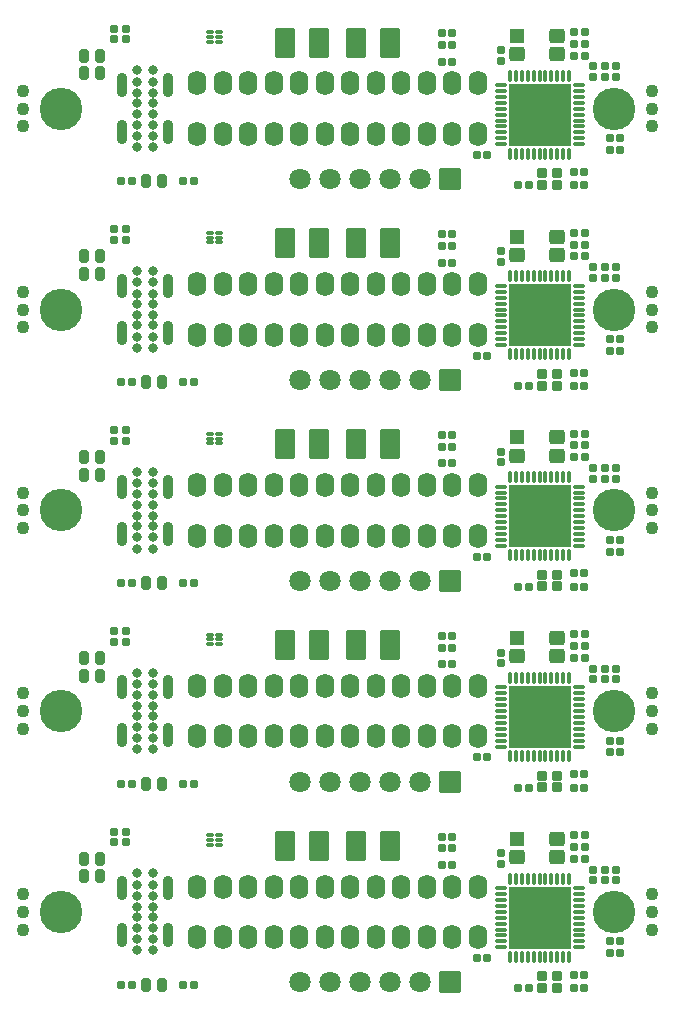
<source format=gbs>
G04*
G04 #@! TF.GenerationSoftware,Altium Limited,Altium Designer,25.5.2 (35)*
G04*
G04 Layer_Color=16711935*
%FSLAX44Y44*%
%MOMM*%
G71*
G04*
G04 #@! TF.SameCoordinates,67B56F09-9997-41D6-AB2B-D5ECDE41145E*
G04*
G04*
G04 #@! TF.FilePolarity,Negative*
G04*
G01*
G75*
%ADD37C,3.6000*%
%ADD38O,1.6000X2.1000*%
%ADD39C,1.1000*%
%ADD40O,0.9000X2.1000*%
%ADD41C,0.8000*%
G04:AMPARAMS|DCode=42|XSize=1.8mm|YSize=1.8mm|CornerRadius=0.1mm|HoleSize=0mm|Usage=FLASHONLY|Rotation=180.000|XOffset=0mm|YOffset=0mm|HoleType=Round|Shape=RoundedRectangle|*
%AMROUNDEDRECTD42*
21,1,1.8000,1.6000,0,0,180.0*
21,1,1.6000,1.8000,0,0,180.0*
1,1,0.2000,-0.8000,0.8000*
1,1,0.2000,0.8000,0.8000*
1,1,0.2000,0.8000,-0.8000*
1,1,0.2000,-0.8000,-0.8000*
%
%ADD42ROUNDEDRECTD42*%
%ADD43C,1.8000*%
%ADD44C,0.7032*%
G04:AMPARAMS|DCode=45|XSize=0.87mm|YSize=1.14mm|CornerRadius=0.165mm|HoleSize=0mm|Usage=FLASHONLY|Rotation=180.000|XOffset=0mm|YOffset=0mm|HoleType=Round|Shape=RoundedRectangle|*
%AMROUNDEDRECTD45*
21,1,0.8700,0.8100,0,0,180.0*
21,1,0.5400,1.1400,0,0,180.0*
1,1,0.3300,-0.2700,0.4050*
1,1,0.3300,0.2700,0.4050*
1,1,0.3300,0.2700,-0.4050*
1,1,0.3300,-0.2700,-0.4050*
%
%ADD45ROUNDEDRECTD45*%
G04:AMPARAMS|DCode=46|XSize=0.7mm|YSize=0.75mm|CornerRadius=0.1438mm|HoleSize=0mm|Usage=FLASHONLY|Rotation=0.000|XOffset=0mm|YOffset=0mm|HoleType=Round|Shape=RoundedRectangle|*
%AMROUNDEDRECTD46*
21,1,0.7000,0.4625,0,0,0.0*
21,1,0.4125,0.7500,0,0,0.0*
1,1,0.2875,0.2063,-0.2313*
1,1,0.2875,-0.2063,-0.2313*
1,1,0.2875,-0.2063,0.2313*
1,1,0.2875,0.2063,0.2313*
%
%ADD46ROUNDEDRECTD46*%
G04:AMPARAMS|DCode=47|XSize=0.7mm|YSize=0.75mm|CornerRadius=0.1438mm|HoleSize=0mm|Usage=FLASHONLY|Rotation=90.000|XOffset=0mm|YOffset=0mm|HoleType=Round|Shape=RoundedRectangle|*
%AMROUNDEDRECTD47*
21,1,0.7000,0.4625,0,0,90.0*
21,1,0.4125,0.7500,0,0,90.0*
1,1,0.2875,0.2313,0.2063*
1,1,0.2875,0.2313,-0.2063*
1,1,0.2875,-0.2313,-0.2063*
1,1,0.2875,-0.2313,0.2063*
%
%ADD47ROUNDEDRECTD47*%
G04:AMPARAMS|DCode=48|XSize=0.35mm|YSize=0.95mm|CornerRadius=0.1mm|HoleSize=0mm|Usage=FLASHONLY|Rotation=180.000|XOffset=0mm|YOffset=0mm|HoleType=Round|Shape=RoundedRectangle|*
%AMROUNDEDRECTD48*
21,1,0.3500,0.7500,0,0,180.0*
21,1,0.1500,0.9500,0,0,180.0*
1,1,0.2000,-0.0750,0.3750*
1,1,0.2000,0.0750,0.3750*
1,1,0.2000,0.0750,-0.3750*
1,1,0.2000,-0.0750,-0.3750*
%
%ADD48ROUNDEDRECTD48*%
G04:AMPARAMS|DCode=49|XSize=0.35mm|YSize=0.95mm|CornerRadius=0.1mm|HoleSize=0mm|Usage=FLASHONLY|Rotation=90.000|XOffset=0mm|YOffset=0mm|HoleType=Round|Shape=RoundedRectangle|*
%AMROUNDEDRECTD49*
21,1,0.3500,0.7500,0,0,90.0*
21,1,0.1500,0.9500,0,0,90.0*
1,1,0.2000,0.3750,0.0750*
1,1,0.2000,0.3750,-0.0750*
1,1,0.2000,-0.3750,-0.0750*
1,1,0.2000,-0.3750,0.0750*
%
%ADD49ROUNDEDRECTD49*%
G04:AMPARAMS|DCode=50|XSize=5.3mm|YSize=5.3mm|CornerRadius=0.1mm|HoleSize=0mm|Usage=FLASHONLY|Rotation=180.000|XOffset=0mm|YOffset=0mm|HoleType=Round|Shape=RoundedRectangle|*
%AMROUNDEDRECTD50*
21,1,5.3000,5.1000,0,0,180.0*
21,1,5.1000,5.3000,0,0,180.0*
1,1,0.2000,-2.5500,2.5500*
1,1,0.2000,2.5500,2.5500*
1,1,0.2000,2.5500,-2.5500*
1,1,0.2000,-2.5500,-2.5500*
%
%ADD50ROUNDEDRECTD50*%
G04:AMPARAMS|DCode=51|XSize=0.3mm|YSize=0.7mm|CornerRadius=0.1mm|HoleSize=0mm|Usage=FLASHONLY|Rotation=270.000|XOffset=0mm|YOffset=0mm|HoleType=Round|Shape=RoundedRectangle|*
%AMROUNDEDRECTD51*
21,1,0.3000,0.5000,0,0,270.0*
21,1,0.1000,0.7000,0,0,270.0*
1,1,0.2000,-0.2500,-0.0500*
1,1,0.2000,-0.2500,0.0500*
1,1,0.2000,0.2500,0.0500*
1,1,0.2000,0.2500,-0.0500*
%
%ADD51ROUNDEDRECTD51*%
G04:AMPARAMS|DCode=52|XSize=0.875mm|YSize=0.775mm|CornerRadius=0.0838mm|HoleSize=0mm|Usage=FLASHONLY|Rotation=0.000|XOffset=0mm|YOffset=0mm|HoleType=Round|Shape=RoundedRectangle|*
%AMROUNDEDRECTD52*
21,1,0.8750,0.6075,0,0,0.0*
21,1,0.7075,0.7750,0,0,0.0*
1,1,0.1675,0.3538,-0.3038*
1,1,0.1675,-0.3538,-0.3038*
1,1,0.1675,-0.3538,0.3038*
1,1,0.1675,0.3538,0.3038*
%
%ADD52ROUNDEDRECTD52*%
G04:AMPARAMS|DCode=53|XSize=1.3mm|YSize=1.2mm|CornerRadius=0.2063mm|HoleSize=0mm|Usage=FLASHONLY|Rotation=0.000|XOffset=0mm|YOffset=0mm|HoleType=Round|Shape=RoundedRectangle|*
%AMROUNDEDRECTD53*
21,1,1.3000,0.7875,0,0,0.0*
21,1,0.8875,1.2000,0,0,0.0*
1,1,0.4125,0.4438,-0.3938*
1,1,0.4125,-0.4438,-0.3938*
1,1,0.4125,-0.4438,0.3938*
1,1,0.4125,0.4438,0.3938*
%
%ADD53ROUNDEDRECTD53*%
G04:AMPARAMS|DCode=54|XSize=1.7mm|YSize=2.5mm|CornerRadius=0.1mm|HoleSize=0mm|Usage=FLASHONLY|Rotation=0.000|XOffset=0mm|YOffset=0mm|HoleType=Round|Shape=RoundedRectangle|*
%AMROUNDEDRECTD54*
21,1,1.7000,2.3000,0,0,0.0*
21,1,1.5000,2.5000,0,0,0.0*
1,1,0.2000,0.7500,-1.1500*
1,1,0.2000,-0.7500,-1.1500*
1,1,0.2000,-0.7500,1.1500*
1,1,0.2000,0.7500,1.1500*
%
%ADD54ROUNDEDRECTD54*%
%ADD55R,1.3000X1.2000*%
D37*
X493004Y677004D02*
D03*
X961126D02*
D03*
X493004Y847004D02*
D03*
X961126D02*
D03*
X493004Y1017004D02*
D03*
X961126D02*
D03*
X493004Y1187004D02*
D03*
X961126D02*
D03*
X493004Y1357004D02*
D03*
X961126D02*
D03*
D38*
X608320Y698467D02*
D03*
X629910D02*
D03*
X651500D02*
D03*
X673090D02*
D03*
X694680D02*
D03*
X716270D02*
D03*
X737860D02*
D03*
X759450D02*
D03*
X781040D02*
D03*
X802630D02*
D03*
X824220D02*
D03*
X845810D02*
D03*
X608320Y655541D02*
D03*
X629910D02*
D03*
X651500D02*
D03*
X673090D02*
D03*
X694680D02*
D03*
X716270D02*
D03*
X737860D02*
D03*
X759450D02*
D03*
X781040D02*
D03*
X802630D02*
D03*
X824220D02*
D03*
X845810D02*
D03*
X608320Y868467D02*
D03*
X629910D02*
D03*
X651500D02*
D03*
X673090D02*
D03*
X694680D02*
D03*
X716270D02*
D03*
X737860D02*
D03*
X759450D02*
D03*
X781040D02*
D03*
X802630D02*
D03*
X824220D02*
D03*
X845810D02*
D03*
X608320Y825541D02*
D03*
X629910D02*
D03*
X651500D02*
D03*
X673090D02*
D03*
X694680D02*
D03*
X716270D02*
D03*
X737860D02*
D03*
X759450D02*
D03*
X781040D02*
D03*
X802630D02*
D03*
X824220D02*
D03*
X845810D02*
D03*
X608320Y1038467D02*
D03*
X629910D02*
D03*
X651500D02*
D03*
X673090D02*
D03*
X694680D02*
D03*
X716270D02*
D03*
X737860D02*
D03*
X759450D02*
D03*
X781040D02*
D03*
X802630D02*
D03*
X824220D02*
D03*
X845810D02*
D03*
X608320Y995541D02*
D03*
X629910D02*
D03*
X651500D02*
D03*
X673090D02*
D03*
X694680D02*
D03*
X716270D02*
D03*
X737860D02*
D03*
X759450D02*
D03*
X781040D02*
D03*
X802630D02*
D03*
X824220D02*
D03*
X845810D02*
D03*
X608320Y1208467D02*
D03*
X629910D02*
D03*
X651500D02*
D03*
X673090D02*
D03*
X694680D02*
D03*
X716270D02*
D03*
X737860D02*
D03*
X759450D02*
D03*
X781040D02*
D03*
X802630D02*
D03*
X824220D02*
D03*
X845810D02*
D03*
X608320Y1165541D02*
D03*
X629910D02*
D03*
X651500D02*
D03*
X673090D02*
D03*
X694680D02*
D03*
X716270D02*
D03*
X737860D02*
D03*
X759450D02*
D03*
X781040D02*
D03*
X802630D02*
D03*
X824220D02*
D03*
X845810D02*
D03*
X608320Y1378467D02*
D03*
X629910D02*
D03*
X651500D02*
D03*
X673090D02*
D03*
X694680D02*
D03*
X716270D02*
D03*
X737860D02*
D03*
X759450D02*
D03*
X781040D02*
D03*
X802630D02*
D03*
X824220D02*
D03*
X845810D02*
D03*
X608320Y1335541D02*
D03*
X629910D02*
D03*
X651500D02*
D03*
X673090D02*
D03*
X694680D02*
D03*
X716270D02*
D03*
X737860D02*
D03*
X759450D02*
D03*
X781040D02*
D03*
X802630D02*
D03*
X824220D02*
D03*
X845810D02*
D03*
D39*
X461004Y692004D02*
D03*
Y662004D02*
D03*
X993254Y662004D02*
D03*
Y692004D02*
D03*
X993504Y677004D02*
D03*
X460504Y677004D02*
D03*
X461004Y862004D02*
D03*
Y832004D02*
D03*
X993254Y832004D02*
D03*
Y862004D02*
D03*
X993504Y847004D02*
D03*
X460504Y847004D02*
D03*
X461004Y1032004D02*
D03*
Y1002004D02*
D03*
X993254Y1002004D02*
D03*
Y1032004D02*
D03*
X993504Y1017004D02*
D03*
X460504Y1017004D02*
D03*
X461004Y1202004D02*
D03*
Y1172004D02*
D03*
X993254Y1172004D02*
D03*
Y1202004D02*
D03*
X993504Y1187004D02*
D03*
X460504Y1187004D02*
D03*
X461004Y1372005D02*
D03*
Y1342004D02*
D03*
X993254Y1342004D02*
D03*
Y1372004D02*
D03*
X993504Y1357004D02*
D03*
X460504Y1357004D02*
D03*
D40*
X544704Y657004D02*
D03*
Y697004D02*
D03*
X583304D02*
D03*
Y657004D02*
D03*
X544704Y827004D02*
D03*
Y867004D02*
D03*
X583304D02*
D03*
Y827004D02*
D03*
X544704Y997004D02*
D03*
Y1037004D02*
D03*
X583304D02*
D03*
Y997004D02*
D03*
X544704Y1167004D02*
D03*
Y1207004D02*
D03*
X583304D02*
D03*
Y1167004D02*
D03*
X544704Y1337004D02*
D03*
Y1377004D02*
D03*
X583304D02*
D03*
Y1337004D02*
D03*
D41*
X571004Y644504D02*
D03*
Y654004D02*
D03*
Y663504D02*
D03*
Y672504D02*
D03*
Y681504D02*
D03*
Y690504D02*
D03*
Y700004D02*
D03*
Y709504D02*
D03*
X557004D02*
D03*
Y700004D02*
D03*
Y690504D02*
D03*
Y681504D02*
D03*
Y672504D02*
D03*
Y663504D02*
D03*
Y654004D02*
D03*
Y644504D02*
D03*
X571004Y814504D02*
D03*
Y824004D02*
D03*
Y833504D02*
D03*
Y842504D02*
D03*
Y851504D02*
D03*
Y860504D02*
D03*
Y870004D02*
D03*
Y879504D02*
D03*
X557004D02*
D03*
Y870004D02*
D03*
Y860504D02*
D03*
Y851504D02*
D03*
Y842504D02*
D03*
Y833504D02*
D03*
Y824004D02*
D03*
Y814504D02*
D03*
X571004Y984504D02*
D03*
Y994004D02*
D03*
Y1003504D02*
D03*
Y1012504D02*
D03*
Y1021504D02*
D03*
Y1030504D02*
D03*
Y1040004D02*
D03*
Y1049504D02*
D03*
X557004D02*
D03*
Y1040004D02*
D03*
Y1030504D02*
D03*
Y1021504D02*
D03*
Y1012504D02*
D03*
Y1003504D02*
D03*
Y994004D02*
D03*
Y984504D02*
D03*
X571004Y1154504D02*
D03*
Y1164004D02*
D03*
Y1173504D02*
D03*
Y1182504D02*
D03*
Y1191504D02*
D03*
Y1200504D02*
D03*
Y1210004D02*
D03*
Y1219504D02*
D03*
X557004D02*
D03*
Y1210004D02*
D03*
Y1200504D02*
D03*
Y1191504D02*
D03*
Y1182504D02*
D03*
Y1173504D02*
D03*
Y1164004D02*
D03*
Y1154504D02*
D03*
X571004Y1324504D02*
D03*
Y1334004D02*
D03*
Y1343504D02*
D03*
Y1352504D02*
D03*
Y1361504D02*
D03*
Y1370504D02*
D03*
Y1380004D02*
D03*
Y1389504D02*
D03*
X557004D02*
D03*
Y1380004D02*
D03*
Y1370504D02*
D03*
Y1361504D02*
D03*
Y1352504D02*
D03*
Y1343504D02*
D03*
Y1334004D02*
D03*
Y1324504D02*
D03*
D42*
X822004Y617254D02*
D03*
Y787254D02*
D03*
Y957254D02*
D03*
Y1127254D02*
D03*
Y1297254D02*
D03*
D43*
X695004Y617254D02*
D03*
X796604Y617254D02*
D03*
X771204Y617254D02*
D03*
X745804Y617254D02*
D03*
X720404Y617254D02*
D03*
X695004Y787254D02*
D03*
X796604Y787254D02*
D03*
X771204Y787254D02*
D03*
X745804Y787254D02*
D03*
X720404Y787254D02*
D03*
X695004Y957254D02*
D03*
X796604Y957254D02*
D03*
X771204Y957254D02*
D03*
X745804Y957254D02*
D03*
X720404Y957254D02*
D03*
X695004Y1127254D02*
D03*
X796604Y1127254D02*
D03*
X771204Y1127254D02*
D03*
X745804Y1127254D02*
D03*
X720404Y1127254D02*
D03*
X695004Y1297254D02*
D03*
X796604Y1297254D02*
D03*
X771204Y1297254D02*
D03*
X745804Y1297254D02*
D03*
X720404Y1297254D02*
D03*
D44*
X898254Y672004D02*
D03*
Y842004D02*
D03*
Y1012004D02*
D03*
Y1182004D02*
D03*
Y1352004D02*
D03*
D45*
X526154Y707004D02*
D03*
X512354D02*
D03*
Y722004D02*
D03*
X526154D02*
D03*
X564604Y615504D02*
D03*
X578504D02*
D03*
X526154Y877004D02*
D03*
X512354D02*
D03*
Y892004D02*
D03*
X526154D02*
D03*
X564604Y785504D02*
D03*
X578504D02*
D03*
X526154Y1047004D02*
D03*
X512354D02*
D03*
Y1062004D02*
D03*
X526154D02*
D03*
X564604Y955504D02*
D03*
X578504D02*
D03*
X526154Y1217004D02*
D03*
X512354D02*
D03*
Y1232004D02*
D03*
X526154D02*
D03*
X564604Y1125504D02*
D03*
X578504D02*
D03*
X526154Y1387004D02*
D03*
X512354D02*
D03*
Y1402004D02*
D03*
X526154D02*
D03*
X564604Y1295504D02*
D03*
X578504D02*
D03*
D46*
X936254Y612254D02*
D03*
X927254D02*
D03*
X880004Y612254D02*
D03*
X889004D02*
D03*
X845143Y637879D02*
D03*
X854143D02*
D03*
X936504Y742004D02*
D03*
X927504D02*
D03*
X936504Y722004D02*
D03*
X927504D02*
D03*
X544004Y615504D02*
D03*
X553004D02*
D03*
X936254Y623504D02*
D03*
X927254D02*
D03*
X966504Y652004D02*
D03*
X957504D02*
D03*
X605254Y615504D02*
D03*
X596254D02*
D03*
X966504Y642004D02*
D03*
X957504D02*
D03*
X824254Y730754D02*
D03*
X815254D02*
D03*
Y740754D02*
D03*
X824254D02*
D03*
X927504Y732004D02*
D03*
X936504D02*
D03*
X824254Y716754D02*
D03*
X815254D02*
D03*
X936254Y782254D02*
D03*
X927254D02*
D03*
X880004Y782254D02*
D03*
X889004D02*
D03*
X845143Y807879D02*
D03*
X854143D02*
D03*
X936504Y912004D02*
D03*
X927504D02*
D03*
X936504Y892004D02*
D03*
X927504D02*
D03*
X544004Y785504D02*
D03*
X553004D02*
D03*
X936254Y793504D02*
D03*
X927254D02*
D03*
X966504Y822004D02*
D03*
X957504D02*
D03*
X605254Y785504D02*
D03*
X596254D02*
D03*
X966504Y812004D02*
D03*
X957504D02*
D03*
X824254Y900754D02*
D03*
X815254D02*
D03*
Y910754D02*
D03*
X824254D02*
D03*
X927504Y902004D02*
D03*
X936504D02*
D03*
X824254Y886754D02*
D03*
X815254D02*
D03*
X936254Y952254D02*
D03*
X927254D02*
D03*
X880004Y952254D02*
D03*
X889004D02*
D03*
X845143Y977879D02*
D03*
X854143D02*
D03*
X936504Y1082004D02*
D03*
X927504D02*
D03*
X936504Y1062004D02*
D03*
X927504D02*
D03*
X544004Y955504D02*
D03*
X553004D02*
D03*
X936254Y963504D02*
D03*
X927254D02*
D03*
X966504Y992004D02*
D03*
X957504D02*
D03*
X605254Y955504D02*
D03*
X596254D02*
D03*
X966504Y982004D02*
D03*
X957504D02*
D03*
X824254Y1070754D02*
D03*
X815254D02*
D03*
Y1080754D02*
D03*
X824254D02*
D03*
X927504Y1072004D02*
D03*
X936504D02*
D03*
X824254Y1056754D02*
D03*
X815254D02*
D03*
X936254Y1122254D02*
D03*
X927254D02*
D03*
X880004Y1122254D02*
D03*
X889004D02*
D03*
X845143Y1147879D02*
D03*
X854143D02*
D03*
X936504Y1252004D02*
D03*
X927504D02*
D03*
X936504Y1232004D02*
D03*
X927504D02*
D03*
X544004Y1125504D02*
D03*
X553004D02*
D03*
X936254Y1133504D02*
D03*
X927254D02*
D03*
X966504Y1162004D02*
D03*
X957504D02*
D03*
X605254Y1125504D02*
D03*
X596254D02*
D03*
X966504Y1152004D02*
D03*
X957504D02*
D03*
X824254Y1240754D02*
D03*
X815254D02*
D03*
Y1250754D02*
D03*
X824254D02*
D03*
X927504Y1242004D02*
D03*
X936504D02*
D03*
X824254Y1226754D02*
D03*
X815254D02*
D03*
X936254Y1292254D02*
D03*
X927254D02*
D03*
X880004Y1292254D02*
D03*
X889004D02*
D03*
X845143Y1317879D02*
D03*
X854143D02*
D03*
X936504Y1422004D02*
D03*
X927504D02*
D03*
X936504Y1402004D02*
D03*
X927504D02*
D03*
X544004Y1295504D02*
D03*
X553004D02*
D03*
X936254Y1303504D02*
D03*
X927254D02*
D03*
X966504Y1332004D02*
D03*
X957504D02*
D03*
X605254Y1295504D02*
D03*
X596254D02*
D03*
X966504Y1322004D02*
D03*
X957504D02*
D03*
X824254Y1410754D02*
D03*
X815254D02*
D03*
Y1420754D02*
D03*
X824254D02*
D03*
X927504Y1412004D02*
D03*
X936504D02*
D03*
X824254Y1396754D02*
D03*
X815254D02*
D03*
D47*
X865754Y726504D02*
D03*
Y717504D02*
D03*
X943254Y712754D02*
D03*
Y703754D02*
D03*
X538004Y744754D02*
D03*
Y735754D02*
D03*
X548254D02*
D03*
Y744754D02*
D03*
X963254Y703754D02*
D03*
Y712754D02*
D03*
X953254D02*
D03*
Y703754D02*
D03*
X865754Y896504D02*
D03*
Y887504D02*
D03*
X943254Y882754D02*
D03*
Y873754D02*
D03*
X538004Y914754D02*
D03*
Y905754D02*
D03*
X548254D02*
D03*
Y914754D02*
D03*
X963254Y873754D02*
D03*
Y882754D02*
D03*
X953254D02*
D03*
Y873754D02*
D03*
X865754Y1066504D02*
D03*
Y1057504D02*
D03*
X943254Y1052754D02*
D03*
Y1043754D02*
D03*
X538004Y1084754D02*
D03*
Y1075754D02*
D03*
X548254D02*
D03*
Y1084754D02*
D03*
X963254Y1043754D02*
D03*
Y1052754D02*
D03*
X953254D02*
D03*
Y1043754D02*
D03*
X865754Y1236504D02*
D03*
Y1227504D02*
D03*
X943254Y1222754D02*
D03*
Y1213754D02*
D03*
X538004Y1254754D02*
D03*
Y1245754D02*
D03*
X548254D02*
D03*
Y1254754D02*
D03*
X963254Y1213754D02*
D03*
Y1222754D02*
D03*
X953254D02*
D03*
Y1213754D02*
D03*
X865754Y1406504D02*
D03*
Y1397504D02*
D03*
X943254Y1392754D02*
D03*
Y1383754D02*
D03*
X538004Y1424754D02*
D03*
Y1415754D02*
D03*
X548254D02*
D03*
Y1424754D02*
D03*
X963254Y1383754D02*
D03*
Y1392754D02*
D03*
X953254D02*
D03*
Y1383754D02*
D03*
D48*
X873254Y639004D02*
D03*
X923254Y639004D02*
D03*
X918254Y639004D02*
D03*
X898254Y639004D02*
D03*
X893254Y639004D02*
D03*
X888254Y639004D02*
D03*
X883254Y639004D02*
D03*
X878254D02*
D03*
X883254Y705004D02*
D03*
X888254Y705004D02*
D03*
X893254Y705004D02*
D03*
X898254D02*
D03*
X903254D02*
D03*
X908254Y705004D02*
D03*
X913254Y705004D02*
D03*
X918254Y705004D02*
D03*
X878254D02*
D03*
X908254Y639004D02*
D03*
X903254Y639004D02*
D03*
X923254Y705004D02*
D03*
X873254D02*
D03*
X913254Y639004D02*
D03*
X873254Y809004D02*
D03*
X923254Y809004D02*
D03*
X918254Y809004D02*
D03*
X898254Y809004D02*
D03*
X893254Y809004D02*
D03*
X888254Y809004D02*
D03*
X883254Y809004D02*
D03*
X878254D02*
D03*
X883254Y875004D02*
D03*
X888254Y875004D02*
D03*
X893254Y875004D02*
D03*
X898254D02*
D03*
X903254D02*
D03*
X908254Y875004D02*
D03*
X913254Y875004D02*
D03*
X918254Y875004D02*
D03*
X878254D02*
D03*
X908254Y809004D02*
D03*
X903254Y809004D02*
D03*
X923254Y875004D02*
D03*
X873254D02*
D03*
X913254Y809004D02*
D03*
X873254Y979004D02*
D03*
X923254Y979004D02*
D03*
X918254Y979004D02*
D03*
X898254Y979004D02*
D03*
X893254Y979004D02*
D03*
X888254Y979004D02*
D03*
X883254Y979004D02*
D03*
X878254D02*
D03*
X883254Y1045004D02*
D03*
X888254Y1045004D02*
D03*
X893254Y1045004D02*
D03*
X898254D02*
D03*
X903254D02*
D03*
X908254Y1045004D02*
D03*
X913254Y1045004D02*
D03*
X918254Y1045004D02*
D03*
X878254D02*
D03*
X908254Y979004D02*
D03*
X903254Y979004D02*
D03*
X923254Y1045004D02*
D03*
X873254D02*
D03*
X913254Y979004D02*
D03*
X873254Y1149004D02*
D03*
X923254Y1149004D02*
D03*
X918254Y1149004D02*
D03*
X898254Y1149004D02*
D03*
X893254Y1149004D02*
D03*
X888254Y1149004D02*
D03*
X883254Y1149004D02*
D03*
X878254D02*
D03*
X883254Y1215004D02*
D03*
X888254Y1215004D02*
D03*
X893254Y1215004D02*
D03*
X898254D02*
D03*
X903254D02*
D03*
X908254Y1215004D02*
D03*
X913254Y1215004D02*
D03*
X918254Y1215004D02*
D03*
X878254D02*
D03*
X908254Y1149004D02*
D03*
X903254Y1149004D02*
D03*
X923254Y1215004D02*
D03*
X873254D02*
D03*
X913254Y1149004D02*
D03*
X873254Y1319004D02*
D03*
X923254Y1319004D02*
D03*
X918254Y1319004D02*
D03*
X898254Y1319004D02*
D03*
X893254Y1319004D02*
D03*
X888254Y1319004D02*
D03*
X883254Y1319004D02*
D03*
X878254D02*
D03*
X883254Y1385004D02*
D03*
X888254Y1385004D02*
D03*
X893254Y1385004D02*
D03*
X898254D02*
D03*
X903254D02*
D03*
X908254Y1385004D02*
D03*
X913254Y1385004D02*
D03*
X918254Y1385004D02*
D03*
X878254D02*
D03*
X908254Y1319004D02*
D03*
X903254Y1319004D02*
D03*
X923254Y1385004D02*
D03*
X873254D02*
D03*
X913254Y1319004D02*
D03*
D49*
X931254Y697004D02*
D03*
X931254Y687004D02*
D03*
X931254Y682004D02*
D03*
X931254Y672004D02*
D03*
X931254Y662004D02*
D03*
X931254Y657004D02*
D03*
X931254Y652004D02*
D03*
Y647004D02*
D03*
X865254Y657004D02*
D03*
X865254Y662004D02*
D03*
X865254Y667004D02*
D03*
X865254Y672004D02*
D03*
X865254Y677004D02*
D03*
Y682004D02*
D03*
X865254Y687004D02*
D03*
Y692004D02*
D03*
X865254Y697004D02*
D03*
X865254Y647004D02*
D03*
X931254Y677004D02*
D03*
X865254Y652004D02*
D03*
X931254Y667004D02*
D03*
X931254Y692004D02*
D03*
X931254Y867004D02*
D03*
X931254Y857004D02*
D03*
X931254Y852004D02*
D03*
X931254Y842004D02*
D03*
X931254Y832004D02*
D03*
X931254Y827004D02*
D03*
X931254Y822004D02*
D03*
Y817004D02*
D03*
X865254Y827004D02*
D03*
X865254Y832004D02*
D03*
X865254Y837004D02*
D03*
X865254Y842004D02*
D03*
X865254Y847004D02*
D03*
Y852004D02*
D03*
X865254Y857004D02*
D03*
Y862004D02*
D03*
X865254Y867004D02*
D03*
X865254Y817004D02*
D03*
X931254Y847004D02*
D03*
X865254Y822004D02*
D03*
X931254Y837004D02*
D03*
X931254Y862004D02*
D03*
X931254Y1037004D02*
D03*
X931254Y1027004D02*
D03*
X931254Y1022004D02*
D03*
X931254Y1012004D02*
D03*
X931254Y1002004D02*
D03*
X931254Y997004D02*
D03*
X931254Y992004D02*
D03*
Y987004D02*
D03*
X865254Y997004D02*
D03*
X865254Y1002004D02*
D03*
X865254Y1007004D02*
D03*
X865254Y1012004D02*
D03*
X865254Y1017004D02*
D03*
Y1022004D02*
D03*
X865254Y1027004D02*
D03*
Y1032004D02*
D03*
X865254Y1037004D02*
D03*
X865254Y987004D02*
D03*
X931254Y1017004D02*
D03*
X865254Y992004D02*
D03*
X931254Y1007004D02*
D03*
X931254Y1032004D02*
D03*
X931254Y1207004D02*
D03*
X931254Y1197004D02*
D03*
X931254Y1192004D02*
D03*
X931254Y1182004D02*
D03*
X931254Y1172004D02*
D03*
X931254Y1167004D02*
D03*
X931254Y1162004D02*
D03*
Y1157004D02*
D03*
X865254Y1167004D02*
D03*
X865254Y1172004D02*
D03*
X865254Y1177004D02*
D03*
X865254Y1182004D02*
D03*
X865254Y1187004D02*
D03*
Y1192004D02*
D03*
X865254Y1197004D02*
D03*
Y1202004D02*
D03*
X865254Y1207004D02*
D03*
X865254Y1157004D02*
D03*
X931254Y1187004D02*
D03*
X865254Y1162004D02*
D03*
X931254Y1177004D02*
D03*
X931254Y1202004D02*
D03*
X931254Y1377004D02*
D03*
X931254Y1367004D02*
D03*
X931254Y1362004D02*
D03*
X931254Y1352004D02*
D03*
X931254Y1342004D02*
D03*
X931254Y1337004D02*
D03*
X931254Y1332004D02*
D03*
Y1327004D02*
D03*
X865254Y1337004D02*
D03*
X865254Y1342004D02*
D03*
X865254Y1347004D02*
D03*
X865254Y1352004D02*
D03*
X865254Y1357004D02*
D03*
Y1362004D02*
D03*
X865254Y1367004D02*
D03*
Y1372004D02*
D03*
X865254Y1377004D02*
D03*
X865254Y1327004D02*
D03*
X931254Y1357004D02*
D03*
X865254Y1332004D02*
D03*
X931254Y1347004D02*
D03*
X931254Y1372004D02*
D03*
D50*
X898254Y672004D02*
D03*
Y842004D02*
D03*
Y1012004D02*
D03*
Y1182004D02*
D03*
Y1352004D02*
D03*
D51*
X627104Y741754D02*
D03*
X627104Y737754D02*
D03*
X627104Y733754D02*
D03*
X618904Y741754D02*
D03*
X618904Y737754D02*
D03*
X618904Y733754D02*
D03*
X627104Y911754D02*
D03*
X627104Y907754D02*
D03*
X627104Y903754D02*
D03*
X618904Y911754D02*
D03*
X618904Y907754D02*
D03*
X618904Y903754D02*
D03*
X627104Y1081754D02*
D03*
X627104Y1077754D02*
D03*
X627104Y1073754D02*
D03*
X618904Y1081754D02*
D03*
X618904Y1077754D02*
D03*
X618904Y1073754D02*
D03*
X627104Y1251754D02*
D03*
X627104Y1247754D02*
D03*
X627104Y1243754D02*
D03*
X618904Y1251754D02*
D03*
X618904Y1247754D02*
D03*
X618904Y1243754D02*
D03*
X627104Y1421754D02*
D03*
X627104Y1417754D02*
D03*
X627104Y1413754D02*
D03*
X618904Y1421754D02*
D03*
X618904Y1417754D02*
D03*
X618904Y1413754D02*
D03*
D52*
X912629Y622374D02*
D03*
X912629Y612629D02*
D03*
X899884Y612629D02*
D03*
X899884Y622374D02*
D03*
X912629Y792374D02*
D03*
X912629Y782629D02*
D03*
X899884Y782629D02*
D03*
X899884Y792374D02*
D03*
X912629Y962374D02*
D03*
X912629Y952629D02*
D03*
X899884Y952629D02*
D03*
X899884Y962374D02*
D03*
X912629Y1132374D02*
D03*
X912629Y1122629D02*
D03*
X899884Y1122629D02*
D03*
X899884Y1132374D02*
D03*
X912629Y1302374D02*
D03*
X912629Y1292629D02*
D03*
X899884Y1292629D02*
D03*
X899884Y1302374D02*
D03*
D53*
X879504Y723254D02*
D03*
X913004D02*
D03*
Y738754D02*
D03*
X879504Y893254D02*
D03*
X913004D02*
D03*
Y908754D02*
D03*
X879504Y1063254D02*
D03*
X913004D02*
D03*
Y1078754D02*
D03*
X879504Y1233254D02*
D03*
X913004D02*
D03*
Y1248754D02*
D03*
X879504Y1403254D02*
D03*
X913004D02*
D03*
Y1418754D02*
D03*
D54*
X742754Y733004D02*
D03*
X682754D02*
D03*
X711254Y733004D02*
D03*
X771254D02*
D03*
X742754Y903004D02*
D03*
X682754D02*
D03*
X711254Y903004D02*
D03*
X771254D02*
D03*
X742754Y1073004D02*
D03*
X682754D02*
D03*
X711254Y1073004D02*
D03*
X771254D02*
D03*
X742754Y1243004D02*
D03*
X682754D02*
D03*
X711254Y1243004D02*
D03*
X771254D02*
D03*
X742754Y1413004D02*
D03*
X682754D02*
D03*
X711254Y1413004D02*
D03*
X771254D02*
D03*
D55*
X879504Y738754D02*
D03*
Y908754D02*
D03*
Y1078754D02*
D03*
Y1248754D02*
D03*
Y1418754D02*
D03*
M02*

</source>
